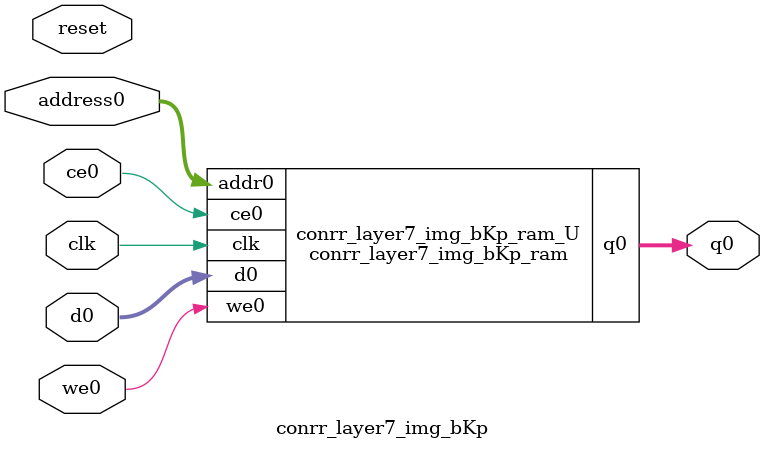
<source format=v>
`timescale 1 ns / 1 ps
module conrr_layer7_img_bKp_ram (addr0, ce0, d0, we0, q0,  clk);

parameter DWIDTH = 4;
parameter AWIDTH = 10;
parameter MEM_SIZE = 768;

input[AWIDTH-1:0] addr0;
input ce0;
input[DWIDTH-1:0] d0;
input we0;
output reg[DWIDTH-1:0] q0;
input clk;

(* ram_style = "block" *)reg [DWIDTH-1:0] ram[0:MEM_SIZE-1];




always @(posedge clk)  
begin 
    if (ce0) 
    begin
        if (we0) 
        begin 
            ram[addr0] <= d0; 
        end 
        q0 <= ram[addr0];
    end
end


endmodule

`timescale 1 ns / 1 ps
module conrr_layer7_img_bKp(
    reset,
    clk,
    address0,
    ce0,
    we0,
    d0,
    q0);

parameter DataWidth = 32'd4;
parameter AddressRange = 32'd768;
parameter AddressWidth = 32'd10;
input reset;
input clk;
input[AddressWidth - 1:0] address0;
input ce0;
input we0;
input[DataWidth - 1:0] d0;
output[DataWidth - 1:0] q0;



conrr_layer7_img_bKp_ram conrr_layer7_img_bKp_ram_U(
    .clk( clk ),
    .addr0( address0 ),
    .ce0( ce0 ),
    .we0( we0 ),
    .d0( d0 ),
    .q0( q0 ));

endmodule


</source>
